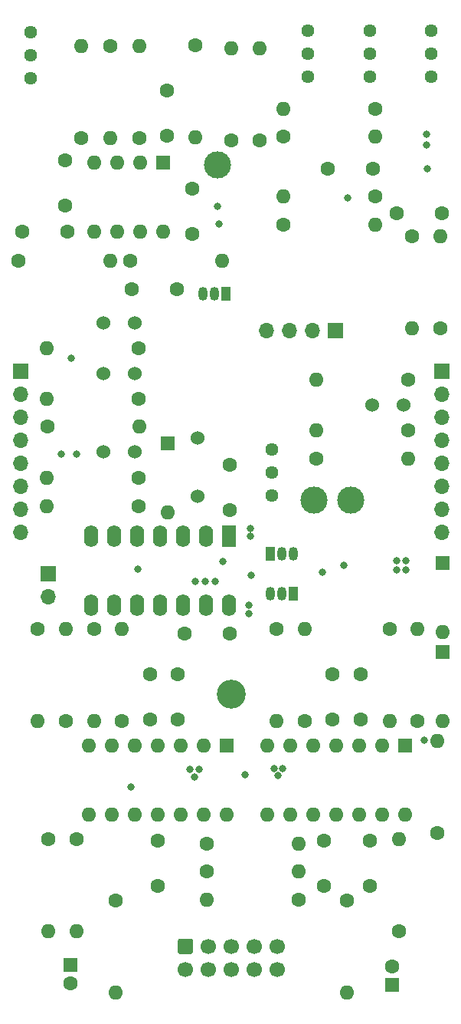
<source format=gbs>
G04 #@! TF.GenerationSoftware,KiCad,Pcbnew,7.0.7-7.0.7~ubuntu22.04.1*
G04 #@! TF.CreationDate,2023-12-10T22:01:21+01:00*
G04 #@! TF.ProjectId,CD40106_VCO,43443430-3130-4365-9f56-434f2e6b6963,rev?*
G04 #@! TF.SameCoordinates,Original*
G04 #@! TF.FileFunction,Soldermask,Bot*
G04 #@! TF.FilePolarity,Negative*
%FSLAX46Y46*%
G04 Gerber Fmt 4.6, Leading zero omitted, Abs format (unit mm)*
G04 Created by KiCad (PCBNEW 7.0.7-7.0.7~ubuntu22.04.1) date 2023-12-10 22:01:21*
%MOMM*%
%LPD*%
G01*
G04 APERTURE LIST*
%ADD10C,1.600000*%
%ADD11O,1.600000X1.600000*%
%ADD12R,1.700000X1.700000*%
%ADD13O,1.700000X1.700000*%
%ADD14C,1.524000*%
%ADD15R,1.050000X1.500000*%
%ADD16O,1.050000X1.500000*%
%ADD17R,1.600000X1.600000*%
%ADD18C,3.200000*%
%ADD19R,1.600000X2.400000*%
%ADD20O,1.600000X2.400000*%
%ADD21C,3.000000*%
%ADD22C,1.700000*%
%ADD23C,1.440000*%
%ADD24C,0.800000*%
G04 APERTURE END LIST*
D10*
X102300000Y-127780000D03*
D11*
X102300000Y-117620000D03*
D10*
X85220000Y-60600000D03*
D11*
X95380000Y-60600000D03*
D10*
X85240000Y-50900000D03*
D11*
X95400000Y-50900000D03*
D12*
X102750000Y-76750000D03*
D13*
X102750000Y-79290000D03*
X102750000Y-81830000D03*
X102750000Y-84370000D03*
X102750000Y-86910000D03*
X102750000Y-89450000D03*
X102750000Y-91990000D03*
X102750000Y-94530000D03*
D10*
X79300000Y-105700000D03*
X74300000Y-105700000D03*
X97000000Y-105220000D03*
D11*
X97000000Y-115380000D03*
D14*
X95050000Y-80500000D03*
X98550000Y-80500000D03*
D10*
X69300000Y-51000000D03*
D11*
X69300000Y-40840000D03*
D10*
X79300000Y-92100000D03*
X79300000Y-87100000D03*
X87600000Y-115400000D03*
D11*
X87600000Y-105240000D03*
D10*
X76820000Y-128900000D03*
D11*
X86980000Y-128900000D03*
D15*
X78870000Y-68240000D03*
D16*
X77600000Y-68240000D03*
X76330000Y-68240000D03*
D14*
X75800000Y-90600000D03*
X75800000Y-84100000D03*
D10*
X61100000Y-58500000D03*
X61100000Y-53500000D03*
X59140000Y-82900000D03*
D11*
X69300000Y-82900000D03*
D10*
X90700000Y-115200000D03*
X90700000Y-110200000D03*
X102800000Y-59300000D03*
X97800000Y-59300000D03*
X99080000Y-83300000D03*
D11*
X88920000Y-83300000D03*
D10*
X79500000Y-51260000D03*
D11*
X79500000Y-41100000D03*
D17*
X72500000Y-84690000D03*
D11*
X72500000Y-92310000D03*
D10*
X76820000Y-132000000D03*
D11*
X86980000Y-132000000D03*
D12*
X91000000Y-72250000D03*
D13*
X88460000Y-72250000D03*
X85920000Y-72250000D03*
X83380000Y-72250000D03*
D10*
X75200000Y-61600000D03*
X75200000Y-56600000D03*
D18*
X79500000Y-112400000D03*
D14*
X68850000Y-77000000D03*
X65350000Y-77000000D03*
D10*
X61200000Y-115360000D03*
D11*
X61200000Y-105200000D03*
D10*
X58100000Y-105200000D03*
D11*
X58100000Y-115360000D03*
D10*
X84500000Y-105240000D03*
D11*
X84500000Y-115400000D03*
D10*
X71400000Y-133600000D03*
X71400000Y-128600000D03*
X64300000Y-105220000D03*
D11*
X64300000Y-115380000D03*
D10*
X98000000Y-138580000D03*
D11*
X98000000Y-128420000D03*
D14*
X65350000Y-85700000D03*
X68850000Y-85700000D03*
D10*
X69260000Y-74200000D03*
D11*
X59100000Y-74200000D03*
D10*
X100100000Y-115400000D03*
D11*
X100100000Y-105240000D03*
D10*
X88920000Y-86400000D03*
D11*
X99080000Y-86400000D03*
D10*
X93800000Y-115200000D03*
X93800000Y-110200000D03*
X94800000Y-133600000D03*
X94800000Y-128600000D03*
D17*
X79025000Y-118060000D03*
D11*
X76485000Y-118060000D03*
X73945000Y-118060000D03*
X71405000Y-118060000D03*
X68865000Y-118060000D03*
X66325000Y-118060000D03*
X63785000Y-118060000D03*
X63785000Y-125680000D03*
X66325000Y-125680000D03*
X68865000Y-125680000D03*
X71405000Y-125680000D03*
X73945000Y-125680000D03*
X76485000Y-125680000D03*
X79025000Y-125680000D03*
D10*
X69280000Y-79800000D03*
D11*
X59120000Y-79800000D03*
D10*
X73600000Y-115200000D03*
X73600000Y-110200000D03*
D19*
X79225000Y-94975000D03*
D20*
X76685000Y-94975000D03*
X74145000Y-94975000D03*
X71605000Y-94975000D03*
X69065000Y-94975000D03*
X66525000Y-94975000D03*
X63985000Y-94975000D03*
X63985000Y-102595000D03*
X66525000Y-102595000D03*
X69065000Y-102595000D03*
X71605000Y-102595000D03*
X74145000Y-102595000D03*
X76685000Y-102595000D03*
X79225000Y-102595000D03*
D17*
X102900000Y-107780000D03*
D11*
X102900000Y-115400000D03*
D10*
X102600000Y-72060000D03*
D11*
X102600000Y-61900000D03*
D10*
X72400000Y-45750000D03*
X72400000Y-50750000D03*
X73500000Y-67700000D03*
X68500000Y-67700000D03*
D17*
X98725000Y-118100000D03*
D11*
X96185000Y-118100000D03*
X93645000Y-118100000D03*
X91105000Y-118100000D03*
X88565000Y-118100000D03*
X86025000Y-118100000D03*
X83485000Y-118100000D03*
X83485000Y-125720000D03*
X86025000Y-125720000D03*
X88565000Y-125720000D03*
X91105000Y-125720000D03*
X93645000Y-125720000D03*
X96185000Y-125720000D03*
X98725000Y-125720000D03*
D10*
X95380000Y-57500000D03*
D11*
X85220000Y-57500000D03*
D10*
X99080000Y-77700000D03*
D11*
X88920000Y-77700000D03*
D14*
X68850000Y-71400000D03*
X65350000Y-71400000D03*
D10*
X62900000Y-51000000D03*
D11*
X62900000Y-40840000D03*
D10*
X86980000Y-135100000D03*
D11*
X76820000Y-135100000D03*
D10*
X56400000Y-61400000D03*
X61400000Y-61400000D03*
X55940000Y-64600000D03*
D11*
X66100000Y-64600000D03*
D10*
X89700000Y-133600000D03*
X89700000Y-128600000D03*
X90200000Y-54400000D03*
X95200000Y-54400000D03*
X95400000Y-47800000D03*
D11*
X85240000Y-47800000D03*
D10*
X69280000Y-88500000D03*
D11*
X59120000Y-88500000D03*
D10*
X68340000Y-64600000D03*
D11*
X78500000Y-64600000D03*
D10*
X62400000Y-128420000D03*
D11*
X62400000Y-138580000D03*
D10*
X99500000Y-61900000D03*
D11*
X99500000Y-72060000D03*
D17*
X72000000Y-53700000D03*
D11*
X69460000Y-53700000D03*
X66920000Y-53700000D03*
X64380000Y-53700000D03*
X64380000Y-61320000D03*
X66920000Y-61320000D03*
X69460000Y-61320000D03*
X72000000Y-61320000D03*
D10*
X70500000Y-115200000D03*
X70500000Y-110200000D03*
D12*
X56250000Y-76750000D03*
D13*
X56250000Y-79290000D03*
X56250000Y-81830000D03*
X56250000Y-84370000D03*
X56250000Y-86910000D03*
X56250000Y-89450000D03*
X56250000Y-91990000D03*
X56250000Y-94530000D03*
D10*
X66100000Y-40840000D03*
D11*
X66100000Y-51000000D03*
D10*
X59300000Y-128420000D03*
D11*
X59300000Y-138580000D03*
D10*
X82600000Y-51260000D03*
D11*
X82600000Y-41100000D03*
D15*
X86370000Y-101300000D03*
D16*
X85100000Y-101300000D03*
X83830000Y-101300000D03*
D10*
X69280000Y-91700000D03*
D11*
X59120000Y-91700000D03*
D10*
X67400000Y-115380000D03*
D11*
X67400000Y-105220000D03*
D10*
X75500000Y-40790000D03*
D11*
X75500000Y-50950000D03*
D17*
X102900000Y-97980000D03*
D11*
X102900000Y-105600000D03*
D15*
X83830000Y-96900000D03*
D16*
X85100000Y-96900000D03*
X86370000Y-96900000D03*
D17*
X61750000Y-142300000D03*
D10*
X61750000Y-144300000D03*
D21*
X78000000Y-54000000D03*
G36*
G01*
X73820000Y-139400000D02*
X75020000Y-139400000D01*
G75*
G02*
X75270000Y-139650000I0J-250000D01*
G01*
X75270000Y-140850000D01*
G75*
G02*
X75020000Y-141100000I-250000J0D01*
G01*
X73820000Y-141100000D01*
G75*
G02*
X73570000Y-140850000I0J250000D01*
G01*
X73570000Y-139650000D01*
G75*
G02*
X73820000Y-139400000I250000J0D01*
G01*
G37*
D22*
X74420000Y-142790000D03*
X76960000Y-140250000D03*
X76960000Y-142790000D03*
X79500000Y-140250000D03*
X79500000Y-142790000D03*
X82040000Y-140250000D03*
X82040000Y-142790000D03*
X84580000Y-140250000D03*
X84580000Y-142790000D03*
D23*
X94800000Y-44280000D03*
X94800000Y-41740000D03*
X94800000Y-39200000D03*
D17*
X97250000Y-144500000D03*
D10*
X97250000Y-142500000D03*
D12*
X59300000Y-99100000D03*
D13*
X59300000Y-101640000D03*
D21*
X92700000Y-91000000D03*
D23*
X57300000Y-39360000D03*
X57300000Y-41900000D03*
X57300000Y-44440000D03*
D21*
X88600000Y-91000000D03*
D23*
X84000000Y-85420000D03*
X84000000Y-87960000D03*
X84000000Y-90500000D03*
X88000000Y-39160000D03*
X88000000Y-41700000D03*
X88000000Y-44240000D03*
D10*
X92250000Y-135170000D03*
D11*
X92250000Y-145330000D03*
D10*
X66750000Y-135170000D03*
D11*
X66750000Y-145330000D03*
D23*
X101600000Y-39200000D03*
X101600000Y-41740000D03*
X101600000Y-44280000D03*
D24*
X75400000Y-121600000D03*
X101100000Y-51800000D03*
X81400000Y-103500000D03*
X81400000Y-102600000D03*
X97800000Y-97700000D03*
X98800000Y-97700000D03*
X98800000Y-98700000D03*
X85200000Y-120600000D03*
X81600000Y-94100000D03*
X97800000Y-98700000D03*
X84700000Y-121400000D03*
X75500000Y-100000000D03*
X74900000Y-120700000D03*
X81600000Y-95000000D03*
X81700000Y-99300000D03*
X76600000Y-100000000D03*
X77700000Y-100000000D03*
X84200000Y-120600000D03*
X101100000Y-50600000D03*
X75900000Y-120700000D03*
X60700000Y-85900000D03*
X78100000Y-60500000D03*
X101200000Y-54400000D03*
X78600000Y-97800000D03*
X78000000Y-58600000D03*
X62400000Y-85900000D03*
X61800000Y-75300000D03*
X68400000Y-122700000D03*
X100800000Y-117500000D03*
X91900000Y-98200000D03*
X69200000Y-98600000D03*
X81000000Y-121300000D03*
X89600000Y-98949500D03*
X92400000Y-57600000D03*
M02*

</source>
